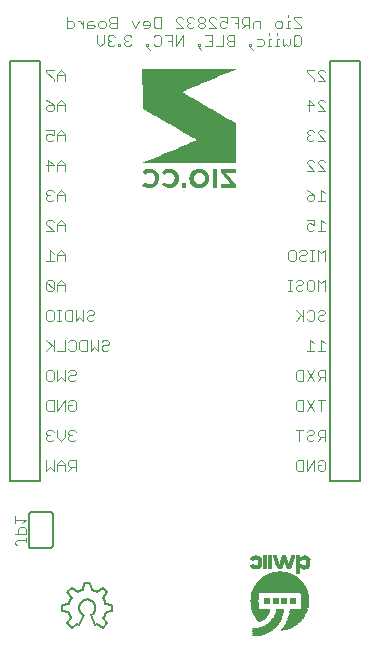
<source format=gbr>
G04 EAGLE Gerber RS-274X export*
G75*
%MOMM*%
%FSLAX34Y34*%
%LPD*%
%AMOC8*
5,1,8,0,0,1.08239X$1,22.5*%
G01*
%ADD10C,0.101600*%
%ADD11C,0.152400*%
%ADD12C,0.127000*%
%ADD13R,0.120000X0.020000*%
%ADD14R,0.340000X0.020000*%
%ADD15R,0.320000X0.020000*%
%ADD16R,0.140000X0.020000*%
%ADD17R,0.280000X0.020000*%
%ADD18R,0.360000X0.020000*%
%ADD19R,0.420000X0.020000*%
%ADD20R,0.380000X0.020000*%
%ADD21R,0.480000X0.020000*%
%ADD22R,0.540000X0.020000*%
%ADD23R,0.560000X0.020000*%
%ADD24R,0.400000X0.020000*%
%ADD25R,0.640000X0.020000*%
%ADD26R,0.620000X0.020000*%
%ADD27R,0.700000X0.020000*%
%ADD28R,0.660000X0.020000*%
%ADD29R,0.740000X0.020000*%
%ADD30R,1.080000X0.020000*%
%ADD31R,0.800000X0.020000*%
%ADD32R,1.100000X0.020000*%
%ADD33R,0.440000X0.020000*%
%ADD34R,0.840000X0.020000*%
%ADD35R,1.120000X0.020000*%
%ADD36R,0.460000X0.020000*%
%ADD37R,0.860000X0.020000*%
%ADD38R,0.900000X0.020000*%
%ADD39R,1.140000X0.020000*%
%ADD40R,0.920000X0.020000*%
%ADD41R,1.160000X0.020000*%
%ADD42R,0.960000X0.020000*%
%ADD43R,0.500000X0.020000*%
%ADD44R,0.520000X0.020000*%
%ADD45R,0.940000X0.020000*%
%ADD46R,0.260000X0.020000*%
%ADD47R,0.180000X0.020000*%
%ADD48R,0.580000X0.020000*%
%ADD49R,0.060000X0.020000*%
%ADD50R,0.600000X0.020000*%
%ADD51R,0.300000X0.020000*%
%ADD52R,0.040000X0.020000*%
%ADD53R,0.100000X0.020000*%
%ADD54R,0.160000X0.020000*%
%ADD55R,0.220000X0.020000*%
%ADD56R,0.980000X0.020000*%
%ADD57R,0.880000X0.020000*%
%ADD58R,0.760000X0.020000*%
%ADD59R,1.060000X0.020000*%
%ADD60R,0.720000X0.020000*%
%ADD61R,0.820000X0.020000*%
%ADD62R,1.180000X0.020000*%
%ADD63R,1.340000X0.020000*%
%ADD64R,1.460000X0.020000*%
%ADD65R,1.600000X0.020000*%
%ADD66R,1.700000X0.020000*%
%ADD67R,1.820000X0.020000*%
%ADD68R,1.900000X0.020000*%
%ADD69R,1.980000X0.020000*%
%ADD70R,2.100000X0.020000*%
%ADD71R,2.160000X0.020000*%
%ADD72R,2.260000X0.020000*%
%ADD73R,2.340000X0.020000*%
%ADD74R,2.400000X0.020000*%
%ADD75R,2.480000X0.020000*%
%ADD76R,2.540000X0.020000*%
%ADD77R,2.600000X0.020000*%
%ADD78R,2.680000X0.020000*%
%ADD79R,2.720000X0.020000*%
%ADD80R,2.800000X0.020000*%
%ADD81R,2.840000X0.020000*%
%ADD82R,2.900000X0.020000*%
%ADD83R,2.960000X0.020000*%
%ADD84R,3.000000X0.020000*%
%ADD85R,3.060000X0.020000*%
%ADD86R,3.120000X0.020000*%
%ADD87R,3.160000X0.020000*%
%ADD88R,3.200000X0.020000*%
%ADD89R,3.260000X0.020000*%
%ADD90R,3.300000X0.020000*%
%ADD91R,3.340000X0.020000*%
%ADD92R,3.380000X0.020000*%
%ADD93R,3.420000X0.020000*%
%ADD94R,3.460000X0.020000*%
%ADD95R,3.520000X0.020000*%
%ADD96R,3.540000X0.020000*%
%ADD97R,3.580000X0.020000*%
%ADD98R,3.620000X0.020000*%
%ADD99R,3.660000X0.020000*%
%ADD100R,3.700000X0.020000*%
%ADD101R,3.740000X0.020000*%
%ADD102R,3.780000X0.020000*%
%ADD103R,3.800000X0.020000*%
%ADD104R,3.840000X0.020000*%
%ADD105R,3.860000X0.020000*%
%ADD106R,3.900000X0.020000*%
%ADD107R,3.940000X0.020000*%
%ADD108R,3.960000X0.020000*%
%ADD109R,3.980000X0.020000*%
%ADD110R,4.020000X0.020000*%
%ADD111R,4.060000X0.020000*%
%ADD112R,4.080000X0.020000*%
%ADD113R,4.100000X0.020000*%
%ADD114R,4.120000X0.020000*%
%ADD115R,4.160000X0.020000*%
%ADD116R,4.180000X0.020000*%
%ADD117R,4.200000X0.020000*%
%ADD118R,4.240000X0.020000*%
%ADD119R,4.260000X0.020000*%
%ADD120R,4.280000X0.020000*%
%ADD121R,4.300000X0.020000*%
%ADD122R,4.320000X0.020000*%
%ADD123R,4.340000X0.020000*%
%ADD124R,4.380000X0.020000*%
%ADD125R,4.400000X0.020000*%
%ADD126R,4.440000X0.020000*%
%ADD127R,4.460000X0.020000*%
%ADD128R,4.500000X0.020000*%
%ADD129R,4.520000X0.020000*%
%ADD130R,4.540000X0.020000*%
%ADD131R,4.560000X0.020000*%
%ADD132R,4.580000X0.020000*%
%ADD133R,4.600000X0.020000*%
%ADD134R,4.620000X0.020000*%
%ADD135R,4.640000X0.020000*%
%ADD136R,4.660000X0.020000*%
%ADD137R,4.680000X0.020000*%
%ADD138R,4.700000X0.020000*%
%ADD139R,4.720000X0.020000*%
%ADD140R,4.740000X0.020000*%
%ADD141R,0.680000X0.020000*%
%ADD142R,1.480000X0.020000*%
%ADD143R,1.580000X0.020000*%
%ADD144R,1.560000X0.020000*%
%ADD145R,1.540000X0.020000*%
%ADD146R,1.520000X0.020000*%
%ADD147R,1.500000X0.020000*%
%ADD148R,1.440000X0.020000*%
%ADD149R,1.400000X0.020000*%
%ADD150R,1.420000X0.020000*%
%ADD151R,1.380000X0.020000*%
%ADD152R,1.360000X0.020000*%
%ADD153R,1.320000X0.020000*%
%ADD154R,1.300000X0.020000*%
%ADD155R,1.260000X0.020000*%
%ADD156R,1.220000X0.020000*%
%ADD157R,1.200000X0.020000*%
%ADD158R,1.040000X0.020000*%
%ADD159R,1.020000X0.020000*%
%ADD160R,1.000000X0.020000*%
%ADD161R,1.280000X0.020000*%
%ADD162R,0.780000X0.020000*%
%ADD163R,1.240000X0.020000*%
%ADD164R,0.020000X0.020000*%
%ADD165R,1.840000X0.020000*%
%ADD166R,1.800000X0.020000*%
%ADD167R,1.780000X0.020000*%
%ADD168R,1.760000X0.020000*%
%ADD169R,1.740000X0.020000*%
%ADD170R,1.680000X0.020000*%
%ADD171R,1.660000X0.020000*%
%ADD172R,1.620000X0.020000*%

G36*
X193737Y408834D02*
X193737Y408834D01*
X193736Y408834D01*
X193737Y408835D01*
X193734Y411225D01*
X193729Y413612D01*
X193726Y416001D01*
X193721Y418391D01*
X193718Y420778D01*
X193713Y423167D01*
X193710Y425554D01*
X193710Y425557D01*
X193705Y427944D01*
X193702Y430334D01*
X193700Y432721D01*
X193694Y435110D01*
X193692Y437497D01*
X193686Y439887D01*
X193684Y442274D01*
X193679Y442280D01*
X193678Y442284D01*
X191376Y443618D01*
X189074Y444951D01*
X186775Y446285D01*
X182172Y448952D01*
X179873Y450285D01*
X175270Y452952D01*
X172971Y454286D01*
X170669Y455619D01*
X168362Y456958D01*
X166056Y458294D01*
X163751Y459630D01*
X161444Y460969D01*
X159137Y462308D01*
X156833Y463644D01*
X154526Y464983D01*
X152222Y466322D01*
X149915Y467663D01*
X147634Y468996D01*
X150028Y470032D01*
X152453Y471061D01*
X154877Y472088D01*
X157304Y473112D01*
X159731Y474133D01*
X162158Y475155D01*
X164585Y476174D01*
X167014Y477195D01*
X169441Y478211D01*
X171748Y479179D01*
X174052Y480148D01*
X176359Y481113D01*
X178664Y482081D01*
X180971Y483047D01*
X183275Y484015D01*
X185582Y484983D01*
X187886Y485951D01*
X190193Y486919D01*
X192497Y487887D01*
X192498Y487887D01*
X193676Y488389D01*
X193679Y488394D01*
X193683Y488398D01*
X193682Y488400D01*
X193683Y488403D01*
X193676Y488406D01*
X193672Y488412D01*
X188370Y488412D01*
X185719Y488414D01*
X161862Y488414D01*
X159211Y488417D01*
X138009Y488417D01*
X135358Y488420D01*
X114152Y488420D01*
X114141Y488409D01*
X114141Y488408D01*
X114140Y488408D01*
X114143Y486015D01*
X114148Y483620D01*
X114151Y481228D01*
X114156Y478833D01*
X114159Y476441D01*
X114162Y474046D01*
X114167Y471651D01*
X114170Y469259D01*
X114175Y466864D01*
X114178Y464471D01*
X114183Y462076D01*
X114186Y459684D01*
X114191Y457289D01*
X114194Y454894D01*
X114199Y454888D01*
X114200Y454884D01*
X116496Y453556D01*
X118790Y452225D01*
X121086Y450897D01*
X123382Y449566D01*
X125676Y448235D01*
X127972Y446907D01*
X130266Y445576D01*
X132562Y444245D01*
X134858Y442917D01*
X137152Y441586D01*
X144057Y437586D01*
X146358Y436249D01*
X150962Y433582D01*
X153261Y432246D01*
X155562Y430913D01*
X157861Y429574D01*
X160140Y428247D01*
X157716Y427192D01*
X155260Y426150D01*
X152806Y425112D01*
X150350Y424075D01*
X147891Y423040D01*
X145432Y422005D01*
X142973Y420973D01*
X140514Y419941D01*
X138209Y418975D01*
X135902Y418007D01*
X133596Y417039D01*
X131289Y416074D01*
X128984Y415106D01*
X126677Y414137D01*
X124370Y413172D01*
X122066Y412204D01*
X119759Y411236D01*
X117455Y410268D01*
X115775Y409561D01*
X114094Y408854D01*
X114092Y408849D01*
X114087Y408845D01*
X114089Y408843D01*
X114088Y408840D01*
X114094Y408837D01*
X114099Y408831D01*
X119406Y408831D01*
X122060Y408828D01*
X156566Y408828D01*
X159219Y408826D01*
X191071Y408826D01*
X193725Y408823D01*
X193737Y408834D01*
G37*
G36*
X162522Y387682D02*
X162522Y387682D01*
X163911Y387751D01*
X163913Y387753D01*
X163914Y387752D01*
X166099Y388501D01*
X166100Y388503D01*
X166102Y388503D01*
X168001Y389812D01*
X168001Y389814D01*
X168003Y389814D01*
X169459Y391604D01*
X169459Y391606D01*
X169461Y391607D01*
X170333Y393741D01*
X170332Y393743D01*
X170334Y393744D01*
X170515Y395763D01*
X170514Y395764D01*
X170515Y395765D01*
X170286Y397776D01*
X170284Y397778D01*
X170285Y397780D01*
X169258Y400076D01*
X169256Y400077D01*
X169256Y400079D01*
X167600Y401973D01*
X167598Y401973D01*
X167597Y401975D01*
X166066Y402914D01*
X166065Y402914D01*
X166065Y402915D01*
X164395Y403584D01*
X164393Y403583D01*
X164392Y403585D01*
X162522Y403756D01*
X162208Y403785D01*
X162206Y403784D01*
X162205Y403785D01*
X160018Y403593D01*
X160017Y403591D01*
X160015Y403592D01*
X158137Y402827D01*
X158137Y402825D01*
X158135Y402826D01*
X156455Y401695D01*
X156454Y401693D01*
X156453Y401693D01*
X155028Y400004D01*
X155028Y400002D01*
X155026Y400001D01*
X154160Y397972D01*
X154160Y397970D01*
X154159Y397968D01*
X153895Y395774D01*
X153896Y395772D01*
X153895Y395771D01*
X154036Y393958D01*
X154038Y393956D01*
X154037Y393954D01*
X154661Y392248D01*
X154663Y392247D01*
X154662Y392245D01*
X155929Y390325D01*
X155931Y390324D01*
X155931Y390322D01*
X157691Y388845D01*
X157694Y388845D01*
X157694Y388843D01*
X159804Y387920D01*
X159806Y387921D01*
X159807Y387919D01*
X161850Y387647D01*
X161851Y387648D01*
X161852Y387647D01*
X162522Y387682D01*
G37*
G36*
X193737Y387930D02*
X193737Y387930D01*
X193736Y387930D01*
X193737Y387931D01*
X193732Y389238D01*
X193726Y390545D01*
X193723Y390549D01*
X193723Y390553D01*
X192297Y392206D01*
X189443Y395513D01*
X188016Y397167D01*
X185179Y400454D01*
X187215Y400467D01*
X189279Y400481D01*
X191341Y400494D01*
X193405Y400510D01*
X193417Y400521D01*
X193416Y400521D01*
X193417Y400522D01*
X193417Y403504D01*
X193406Y403516D01*
X193406Y403515D01*
X193405Y403516D01*
X180603Y403516D01*
X180592Y403505D01*
X180592Y403504D01*
X180591Y403504D01*
X180591Y400994D01*
X180595Y400990D01*
X180594Y400986D01*
X182032Y399317D01*
X183469Y397647D01*
X184904Y395975D01*
X186342Y394305D01*
X187777Y392636D01*
X189197Y390983D01*
X188560Y390975D01*
X188558Y390975D01*
X187601Y390963D01*
X187599Y390963D01*
X187081Y390957D01*
X186642Y390951D01*
X186640Y390951D01*
X185683Y390939D01*
X185681Y390939D01*
X185680Y390939D01*
X184940Y390930D01*
X184724Y390927D01*
X184722Y390927D01*
X183766Y390915D01*
X183764Y390915D01*
X182808Y390904D01*
X182806Y390904D01*
X182806Y390903D01*
X182798Y390903D01*
X181849Y390892D01*
X181847Y390892D01*
X180890Y390880D01*
X180888Y390880D01*
X180657Y390877D01*
X180645Y390866D01*
X180645Y390865D01*
X180615Y389398D01*
X180586Y387931D01*
X180596Y387919D01*
X180597Y387920D01*
X180598Y387919D01*
X193725Y387919D01*
X193737Y387930D01*
G37*
G36*
X138700Y387762D02*
X138700Y387762D01*
X138702Y387764D01*
X138704Y387763D01*
X141024Y388621D01*
X141025Y388624D01*
X141027Y388623D01*
X142969Y390154D01*
X142969Y390156D01*
X142971Y390157D01*
X144342Y392216D01*
X144342Y392218D01*
X144343Y392218D01*
X144906Y393893D01*
X144906Y393894D01*
X144905Y393895D01*
X144907Y393896D01*
X145035Y395665D01*
X145034Y395666D01*
X145035Y395666D01*
X144880Y397595D01*
X144878Y397596D01*
X144879Y397598D01*
X144194Y399403D01*
X144192Y399404D01*
X144193Y399406D01*
X143049Y401169D01*
X143046Y401169D01*
X143046Y401171D01*
X141449Y402534D01*
X141447Y402534D01*
X141446Y402536D01*
X139542Y403427D01*
X139540Y403426D01*
X139540Y403427D01*
X138201Y403753D01*
X138199Y403752D01*
X138198Y403753D01*
X137969Y403756D01*
X137967Y403756D01*
X137087Y403768D01*
X137085Y403768D01*
X136819Y403772D01*
X136819Y403771D01*
X136819Y403772D01*
X136667Y403768D01*
X136666Y403768D01*
X136164Y403756D01*
X136163Y403756D01*
X135661Y403744D01*
X135659Y403744D01*
X135469Y403740D01*
X135468Y403739D01*
X135467Y403739D01*
X134150Y403473D01*
X134149Y403472D01*
X134148Y403472D01*
X132670Y402883D01*
X132669Y402881D01*
X132668Y402882D01*
X131351Y401993D01*
X131350Y401990D01*
X131347Y401990D01*
X130867Y401224D01*
X130869Y401215D01*
X130868Y401210D01*
X131857Y400048D01*
X131858Y400047D01*
X132882Y398911D01*
X132888Y398910D01*
X132889Y398909D01*
X132894Y398909D01*
X132894Y398910D01*
X132898Y398909D01*
X132898Y398910D01*
X133489Y399344D01*
X135215Y400326D01*
X137176Y400587D01*
X138609Y400289D01*
X139835Y399492D01*
X141033Y397773D01*
X141442Y395719D01*
X141033Y393662D01*
X139835Y391946D01*
X138599Y391145D01*
X137152Y390848D01*
X135183Y391079D01*
X133465Y392086D01*
X132773Y392626D01*
X132757Y392625D01*
X131663Y391540D01*
X130573Y390452D01*
X130572Y390448D01*
X130572Y390447D01*
X130572Y390436D01*
X130573Y390436D01*
X130573Y390435D01*
X131077Y389918D01*
X131078Y389918D01*
X131078Y389917D01*
X132291Y388938D01*
X132293Y388938D01*
X132293Y388937D01*
X133658Y388182D01*
X133661Y388183D01*
X133662Y388181D01*
X136153Y387653D01*
X136154Y387654D01*
X136156Y387652D01*
X138700Y387762D01*
G37*
G36*
X121674Y387676D02*
X121674Y387676D01*
X121675Y387678D01*
X121677Y387677D01*
X124021Y388394D01*
X124022Y388396D01*
X124024Y388396D01*
X126105Y389825D01*
X126105Y389828D01*
X126107Y389828D01*
X127612Y391852D01*
X127611Y391855D01*
X127613Y391856D01*
X128416Y394251D01*
X128415Y394253D01*
X128417Y394254D01*
X128473Y396777D01*
X128471Y396779D01*
X128472Y396779D01*
X128471Y396779D01*
X128472Y396781D01*
X127766Y399205D01*
X127763Y399207D01*
X127764Y399209D01*
X126337Y401289D01*
X126335Y401289D01*
X126335Y401291D01*
X124430Y402801D01*
X124428Y402801D01*
X124427Y402803D01*
X122150Y403648D01*
X122147Y403647D01*
X122146Y403649D01*
X119719Y403806D01*
X119718Y403805D01*
X119716Y403806D01*
X117116Y403310D01*
X117114Y403308D01*
X117112Y403309D01*
X114813Y401999D01*
X114812Y401996D01*
X114810Y401996D01*
X114276Y401284D01*
X114277Y401272D01*
X114277Y401269D01*
X115293Y400074D01*
X116341Y398911D01*
X116357Y398909D01*
X117061Y399416D01*
X118445Y400244D01*
X120018Y400587D01*
X121965Y400337D01*
X123579Y399223D01*
X124747Y397022D01*
X124768Y394527D01*
X123648Y392300D01*
X122138Y391185D01*
X120292Y390826D01*
X118485Y391140D01*
X116906Y392088D01*
X116219Y392616D01*
X116203Y392615D01*
X115173Y391583D01*
X115173Y391582D01*
X114143Y390433D01*
X114143Y390417D01*
X114144Y390417D01*
X114144Y390416D01*
X115851Y388850D01*
X115854Y388850D01*
X115854Y388848D01*
X117681Y388016D01*
X117683Y388017D01*
X117684Y388015D01*
X119660Y387637D01*
X119662Y387638D01*
X119663Y387636D01*
X121674Y387676D01*
G37*
%LPC*%
G36*
X163073Y390953D02*
X163073Y390953D01*
X162695Y390965D01*
X162521Y390970D01*
X162285Y390978D01*
X161913Y390990D01*
X161912Y390990D01*
X161540Y391002D01*
X161168Y391013D01*
X161167Y391013D01*
X160796Y391025D01*
X160795Y391025D01*
X160778Y391026D01*
X158613Y392465D01*
X157636Y394466D01*
X157591Y396690D01*
X158485Y398725D01*
X160193Y400148D01*
X162209Y400614D01*
X162519Y400548D01*
X164236Y400178D01*
X165858Y398893D01*
X166822Y396719D01*
X166723Y394343D01*
X165558Y392274D01*
X163363Y390944D01*
X163073Y390953D01*
G37*
%LPD*%
G36*
X177204Y387930D02*
X177204Y387930D01*
X177203Y387930D01*
X177204Y387931D01*
X177204Y403504D01*
X177194Y403516D01*
X177193Y403515D01*
X177192Y403516D01*
X173778Y403516D01*
X173767Y403505D01*
X173767Y403504D01*
X173767Y387931D01*
X173777Y387919D01*
X173778Y387920D01*
X173778Y387919D01*
X177192Y387919D01*
X177204Y387930D01*
G37*
G36*
X151284Y387930D02*
X151284Y387930D01*
X151283Y387930D01*
X151284Y387931D01*
X151284Y391452D01*
X151273Y391463D01*
X151272Y391463D01*
X147645Y391463D01*
X147633Y391453D01*
X147633Y391452D01*
X147633Y387931D01*
X147643Y387919D01*
X147644Y387920D01*
X147645Y387919D01*
X151272Y387919D01*
X151284Y387930D01*
G37*
D10*
X248158Y532138D02*
X242057Y532138D01*
X242057Y530613D01*
X248158Y524511D01*
X248158Y522986D01*
X242057Y522986D01*
X238803Y529087D02*
X237278Y529087D01*
X237278Y522986D01*
X238803Y522986D02*
X235752Y522986D01*
X237278Y532138D02*
X237278Y533663D01*
X231041Y522986D02*
X227990Y522986D01*
X226465Y524511D01*
X226465Y527562D01*
X227990Y529087D01*
X231041Y529087D01*
X232566Y527562D01*
X232566Y524511D01*
X231041Y522986D01*
X213856Y522986D02*
X213856Y529087D01*
X209280Y529087D01*
X207754Y527562D01*
X207754Y522986D01*
X204500Y522986D02*
X204500Y532138D01*
X199925Y532138D01*
X198399Y530613D01*
X198399Y527562D01*
X199925Y526037D01*
X204500Y526037D01*
X201450Y526037D02*
X198399Y522986D01*
X195145Y522986D02*
X195145Y532138D01*
X189044Y532138D01*
X192095Y527562D02*
X195145Y527562D01*
X185790Y532138D02*
X179689Y532138D01*
X185790Y532138D02*
X185790Y527562D01*
X182740Y529087D01*
X181214Y529087D01*
X179689Y527562D01*
X179689Y524511D01*
X181214Y522986D01*
X184265Y522986D01*
X185790Y524511D01*
X176435Y522986D02*
X170334Y522986D01*
X176435Y522986D02*
X170334Y529087D01*
X170334Y530613D01*
X171859Y532138D01*
X174910Y532138D01*
X176435Y530613D01*
X167080Y530613D02*
X165554Y532138D01*
X162504Y532138D01*
X160979Y530613D01*
X160979Y529087D01*
X162504Y527562D01*
X160979Y526037D01*
X160979Y524511D01*
X162504Y522986D01*
X165554Y522986D01*
X167080Y524511D01*
X167080Y526037D01*
X165554Y527562D01*
X167080Y529087D01*
X167080Y530613D01*
X165554Y527562D02*
X162504Y527562D01*
X157725Y530613D02*
X156199Y532138D01*
X153149Y532138D01*
X151623Y530613D01*
X151623Y529087D01*
X153149Y527562D01*
X154674Y527562D01*
X153149Y527562D02*
X151623Y526037D01*
X151623Y524511D01*
X153149Y522986D01*
X156199Y522986D01*
X157725Y524511D01*
X148369Y522986D02*
X142268Y522986D01*
X148369Y522986D02*
X142268Y529087D01*
X142268Y530613D01*
X143793Y532138D01*
X146844Y532138D01*
X148369Y530613D01*
X129659Y532138D02*
X129659Y522986D01*
X125083Y522986D01*
X123558Y524511D01*
X123558Y530613D01*
X125083Y532138D01*
X129659Y532138D01*
X118779Y522986D02*
X115728Y522986D01*
X118779Y522986D02*
X120304Y524511D01*
X120304Y527562D01*
X118779Y529087D01*
X115728Y529087D01*
X114203Y527562D01*
X114203Y526037D01*
X120304Y526037D01*
X110949Y529087D02*
X107898Y522986D01*
X104847Y529087D01*
X92238Y532138D02*
X92238Y522986D01*
X92238Y532138D02*
X87662Y532138D01*
X86137Y530613D01*
X86137Y529087D01*
X87662Y527562D01*
X86137Y526037D01*
X86137Y524511D01*
X87662Y522986D01*
X92238Y522986D01*
X92238Y527562D02*
X87662Y527562D01*
X81358Y522986D02*
X78307Y522986D01*
X76782Y524511D01*
X76782Y527562D01*
X78307Y529087D01*
X81358Y529087D01*
X82883Y527562D01*
X82883Y524511D01*
X81358Y522986D01*
X72003Y529087D02*
X68952Y529087D01*
X67427Y527562D01*
X67427Y522986D01*
X72003Y522986D01*
X73528Y524511D01*
X72003Y526037D01*
X67427Y526037D01*
X64173Y529087D02*
X64173Y522986D01*
X64173Y526037D02*
X61122Y529087D01*
X59597Y529087D01*
X50276Y532138D02*
X50276Y522986D01*
X54851Y522986D01*
X56377Y524511D01*
X56377Y527562D01*
X54851Y529087D01*
X50276Y529087D01*
X248158Y515373D02*
X248158Y509271D01*
X248158Y515373D02*
X246633Y516898D01*
X243582Y516898D01*
X242057Y515373D01*
X242057Y509271D01*
X243582Y507746D01*
X246633Y507746D01*
X248158Y509271D01*
X245107Y510797D02*
X242057Y507746D01*
X238803Y509271D02*
X238803Y513847D01*
X238803Y509271D02*
X237278Y507746D01*
X235752Y509271D01*
X234227Y507746D01*
X232702Y509271D01*
X232702Y513847D01*
X229448Y513847D02*
X227922Y513847D01*
X227922Y507746D01*
X226397Y507746D02*
X229448Y507746D01*
X227922Y516898D02*
X227922Y518423D01*
X223211Y513847D02*
X221686Y513847D01*
X221686Y507746D01*
X223211Y507746D02*
X220160Y507746D01*
X221686Y516898D02*
X221686Y518423D01*
X215449Y513847D02*
X210873Y513847D01*
X215449Y513847D02*
X216974Y512322D01*
X216974Y509271D01*
X215449Y507746D01*
X210873Y507746D01*
X207619Y504695D02*
X204568Y507746D01*
X204568Y509271D01*
X206094Y509271D01*
X206094Y507746D01*
X204568Y507746D01*
X192027Y507746D02*
X192027Y516898D01*
X187451Y516898D01*
X185926Y515373D01*
X185926Y513847D01*
X187451Y512322D01*
X185926Y510797D01*
X185926Y509271D01*
X187451Y507746D01*
X192027Y507746D01*
X192027Y512322D02*
X187451Y512322D01*
X182672Y516898D02*
X182672Y507746D01*
X176571Y507746D01*
X173317Y516898D02*
X167215Y516898D01*
X173317Y516898D02*
X173317Y507746D01*
X167215Y507746D01*
X170266Y512322D02*
X173317Y512322D01*
X163961Y504695D02*
X160911Y507746D01*
X160911Y509271D01*
X162436Y509271D01*
X162436Y507746D01*
X160911Y507746D01*
X148369Y507746D02*
X148369Y516898D01*
X142268Y507746D01*
X142268Y516898D01*
X139014Y516898D02*
X139014Y507746D01*
X139014Y516898D02*
X132913Y516898D01*
X135964Y512322D02*
X139014Y512322D01*
X125083Y516898D02*
X123558Y515373D01*
X125083Y516898D02*
X128134Y516898D01*
X129659Y515373D01*
X129659Y509271D01*
X128134Y507746D01*
X125083Y507746D01*
X123558Y509271D01*
X120304Y504695D02*
X117253Y507746D01*
X117253Y509271D01*
X118779Y509271D01*
X118779Y507746D01*
X117253Y507746D01*
X104712Y515373D02*
X103187Y516898D01*
X100136Y516898D01*
X98611Y515373D01*
X98611Y513847D01*
X100136Y512322D01*
X101661Y512322D01*
X100136Y512322D02*
X98611Y510797D01*
X98611Y509271D01*
X100136Y507746D01*
X103187Y507746D01*
X104712Y509271D01*
X95357Y509271D02*
X95357Y507746D01*
X95357Y509271D02*
X93831Y509271D01*
X93831Y507746D01*
X95357Y507746D01*
X90679Y515373D02*
X89154Y516898D01*
X86103Y516898D01*
X84578Y515373D01*
X84578Y513847D01*
X86103Y512322D01*
X87628Y512322D01*
X86103Y512322D02*
X84578Y510797D01*
X84578Y509271D01*
X86103Y507746D01*
X89154Y507746D01*
X90679Y509271D01*
X81324Y510797D02*
X81324Y516898D01*
X81324Y510797D02*
X78273Y507746D01*
X75223Y510797D01*
X75223Y516898D01*
X262631Y478536D02*
X268732Y478536D01*
X262631Y484637D01*
X262631Y486163D01*
X264156Y487688D01*
X267207Y487688D01*
X268732Y486163D01*
X259377Y487688D02*
X253276Y487688D01*
X253276Y486163D01*
X259377Y480061D01*
X259377Y478536D01*
X262631Y453136D02*
X268732Y453136D01*
X262631Y459237D01*
X262631Y460763D01*
X264156Y462288D01*
X267207Y462288D01*
X268732Y460763D01*
X254801Y462288D02*
X254801Y453136D01*
X259377Y457712D02*
X254801Y462288D01*
X253276Y457712D02*
X259377Y457712D01*
X262631Y427736D02*
X268732Y427736D01*
X262631Y433837D01*
X262631Y435363D01*
X264156Y436888D01*
X267207Y436888D01*
X268732Y435363D01*
X259377Y435363D02*
X257852Y436888D01*
X254801Y436888D01*
X253276Y435363D01*
X253276Y433837D01*
X254801Y432312D01*
X256326Y432312D01*
X254801Y432312D02*
X253276Y430787D01*
X253276Y429261D01*
X254801Y427736D01*
X257852Y427736D01*
X259377Y429261D01*
X262631Y402336D02*
X268732Y402336D01*
X262631Y408437D01*
X262631Y409963D01*
X264156Y411488D01*
X267207Y411488D01*
X268732Y409963D01*
X259377Y402336D02*
X253276Y402336D01*
X259377Y402336D02*
X253276Y408437D01*
X253276Y409963D01*
X254801Y411488D01*
X257852Y411488D01*
X259377Y409963D01*
X265681Y386088D02*
X268732Y383037D01*
X265681Y386088D02*
X265681Y376936D01*
X262631Y376936D02*
X268732Y376936D01*
X256326Y384563D02*
X253276Y386088D01*
X256326Y384563D02*
X259377Y381512D01*
X259377Y378461D01*
X257852Y376936D01*
X254801Y376936D01*
X253276Y378461D01*
X253276Y379987D01*
X254801Y381512D01*
X259377Y381512D01*
X265681Y360688D02*
X268732Y357637D01*
X265681Y360688D02*
X265681Y351536D01*
X262631Y351536D02*
X268732Y351536D01*
X259377Y360688D02*
X253276Y360688D01*
X259377Y360688D02*
X259377Y356112D01*
X256326Y357637D01*
X254801Y357637D01*
X253276Y356112D01*
X253276Y353061D01*
X254801Y351536D01*
X257852Y351536D01*
X259377Y353061D01*
X268732Y335288D02*
X268732Y326136D01*
X265681Y332237D02*
X268732Y335288D01*
X265681Y332237D02*
X262631Y335288D01*
X262631Y326136D01*
X259377Y326136D02*
X256326Y326136D01*
X257852Y326136D02*
X257852Y335288D01*
X259377Y335288D02*
X256326Y335288D01*
X248564Y335288D02*
X247039Y333763D01*
X248564Y335288D02*
X251615Y335288D01*
X253140Y333763D01*
X253140Y332237D01*
X251615Y330712D01*
X248564Y330712D01*
X247039Y329187D01*
X247039Y327661D01*
X248564Y326136D01*
X251615Y326136D01*
X253140Y327661D01*
X242260Y335288D02*
X239209Y335288D01*
X242260Y335288D02*
X243785Y333763D01*
X243785Y327661D01*
X242260Y326136D01*
X239209Y326136D01*
X237684Y327661D01*
X237684Y333763D01*
X239209Y335288D01*
X268732Y309888D02*
X268732Y300736D01*
X265681Y306837D02*
X268732Y309888D01*
X265681Y306837D02*
X262631Y309888D01*
X262631Y300736D01*
X257852Y309888D02*
X254801Y309888D01*
X257852Y309888D02*
X259377Y308363D01*
X259377Y302261D01*
X257852Y300736D01*
X254801Y300736D01*
X253276Y302261D01*
X253276Y308363D01*
X254801Y309888D01*
X245446Y309888D02*
X243920Y308363D01*
X245446Y309888D02*
X248496Y309888D01*
X250022Y308363D01*
X250022Y306837D01*
X248496Y305312D01*
X245446Y305312D01*
X243920Y303787D01*
X243920Y302261D01*
X245446Y300736D01*
X248496Y300736D01*
X250022Y302261D01*
X240666Y300736D02*
X237616Y300736D01*
X239141Y300736D02*
X239141Y309888D01*
X240666Y309888D02*
X237616Y309888D01*
X264156Y284488D02*
X262631Y282963D01*
X264156Y284488D02*
X267207Y284488D01*
X268732Y282963D01*
X268732Y281437D01*
X267207Y279912D01*
X264156Y279912D01*
X262631Y278387D01*
X262631Y276861D01*
X264156Y275336D01*
X267207Y275336D01*
X268732Y276861D01*
X254801Y284488D02*
X253276Y282963D01*
X254801Y284488D02*
X257852Y284488D01*
X259377Y282963D01*
X259377Y276861D01*
X257852Y275336D01*
X254801Y275336D01*
X253276Y276861D01*
X250022Y275336D02*
X250022Y284488D01*
X250022Y278387D02*
X243920Y284488D01*
X248496Y279912D02*
X243920Y275336D01*
X265681Y259088D02*
X268732Y256037D01*
X265681Y259088D02*
X265681Y249936D01*
X262631Y249936D02*
X268732Y249936D01*
X259377Y256037D02*
X256326Y259088D01*
X256326Y249936D01*
X253276Y249936D02*
X259377Y249936D01*
X268732Y233688D02*
X268732Y224536D01*
X268732Y233688D02*
X264156Y233688D01*
X262631Y232163D01*
X262631Y229112D01*
X264156Y227587D01*
X268732Y227587D01*
X265681Y227587D02*
X262631Y224536D01*
X253276Y224536D02*
X259377Y233688D01*
X253276Y233688D02*
X259377Y224536D01*
X250022Y224536D02*
X250022Y233688D01*
X250022Y224536D02*
X245446Y224536D01*
X243920Y226061D01*
X243920Y232163D01*
X245446Y233688D01*
X250022Y233688D01*
X265681Y208288D02*
X265681Y199136D01*
X262631Y208288D02*
X268732Y208288D01*
X259377Y208288D02*
X253276Y199136D01*
X259377Y199136D02*
X253276Y208288D01*
X250022Y208288D02*
X250022Y199136D01*
X245446Y199136D01*
X243920Y200661D01*
X243920Y206763D01*
X245446Y208288D01*
X250022Y208288D01*
X268732Y182888D02*
X268732Y173736D01*
X268732Y182888D02*
X264156Y182888D01*
X262631Y181363D01*
X262631Y178312D01*
X264156Y176787D01*
X268732Y176787D01*
X265681Y176787D02*
X262631Y173736D01*
X254801Y182888D02*
X253276Y181363D01*
X254801Y182888D02*
X257852Y182888D01*
X259377Y181363D01*
X259377Y179837D01*
X257852Y178312D01*
X254801Y178312D01*
X253276Y176787D01*
X253276Y175261D01*
X254801Y173736D01*
X257852Y173736D01*
X259377Y175261D01*
X246971Y173736D02*
X246971Y182888D01*
X250022Y182888D02*
X243920Y182888D01*
X264156Y157488D02*
X262631Y155963D01*
X264156Y157488D02*
X267207Y157488D01*
X268732Y155963D01*
X268732Y149861D01*
X267207Y148336D01*
X264156Y148336D01*
X262631Y149861D01*
X262631Y152912D01*
X265681Y152912D01*
X259377Y148336D02*
X259377Y157488D01*
X253276Y148336D01*
X253276Y157488D01*
X250022Y157488D02*
X250022Y148336D01*
X245446Y148336D01*
X243920Y149861D01*
X243920Y155963D01*
X245446Y157488D01*
X250022Y157488D01*
X48202Y478348D02*
X48202Y484449D01*
X45152Y487500D01*
X42101Y484449D01*
X42101Y478348D01*
X42101Y482924D02*
X48202Y482924D01*
X38847Y487500D02*
X32746Y487500D01*
X32746Y485975D01*
X38847Y479873D01*
X38847Y478348D01*
X48202Y459049D02*
X48202Y452948D01*
X48202Y459049D02*
X45152Y462100D01*
X42101Y459049D01*
X42101Y452948D01*
X42101Y457524D02*
X48202Y457524D01*
X35797Y460575D02*
X32746Y462100D01*
X35797Y460575D02*
X38847Y457524D01*
X38847Y454473D01*
X37322Y452948D01*
X34271Y452948D01*
X32746Y454473D01*
X32746Y455999D01*
X34271Y457524D01*
X38847Y457524D01*
X48202Y433649D02*
X48202Y427548D01*
X48202Y433649D02*
X45152Y436700D01*
X42101Y433649D01*
X42101Y427548D01*
X42101Y432124D02*
X48202Y432124D01*
X38847Y436700D02*
X32746Y436700D01*
X38847Y436700D02*
X38847Y432124D01*
X35797Y433649D01*
X34271Y433649D01*
X32746Y432124D01*
X32746Y429073D01*
X34271Y427548D01*
X37322Y427548D01*
X38847Y429073D01*
X48202Y408249D02*
X48202Y402148D01*
X48202Y408249D02*
X45152Y411300D01*
X42101Y408249D01*
X42101Y402148D01*
X42101Y406724D02*
X48202Y406724D01*
X34271Y402148D02*
X34271Y411300D01*
X38847Y406724D01*
X32746Y406724D01*
X48202Y382849D02*
X48202Y376748D01*
X48202Y382849D02*
X45152Y385900D01*
X42101Y382849D01*
X42101Y376748D01*
X42101Y381324D02*
X48202Y381324D01*
X38847Y384375D02*
X37322Y385900D01*
X34271Y385900D01*
X32746Y384375D01*
X32746Y382849D01*
X34271Y381324D01*
X35797Y381324D01*
X34271Y381324D02*
X32746Y379799D01*
X32746Y378273D01*
X34271Y376748D01*
X37322Y376748D01*
X38847Y378273D01*
X48202Y357449D02*
X48202Y351348D01*
X48202Y357449D02*
X45152Y360500D01*
X42101Y357449D01*
X42101Y351348D01*
X42101Y355924D02*
X48202Y355924D01*
X38847Y351348D02*
X32746Y351348D01*
X38847Y351348D02*
X32746Y357449D01*
X32746Y358975D01*
X34271Y360500D01*
X37322Y360500D01*
X38847Y358975D01*
X48202Y332049D02*
X48202Y325948D01*
X48202Y332049D02*
X45152Y335100D01*
X42101Y332049D01*
X42101Y325948D01*
X42101Y330524D02*
X48202Y330524D01*
X38847Y332049D02*
X35797Y335100D01*
X35797Y325948D01*
X38847Y325948D02*
X32746Y325948D01*
X48202Y306649D02*
X48202Y300548D01*
X48202Y306649D02*
X45152Y309700D01*
X42101Y306649D01*
X42101Y300548D01*
X42101Y305124D02*
X48202Y305124D01*
X38847Y302073D02*
X38847Y308175D01*
X37322Y309700D01*
X34271Y309700D01*
X32746Y308175D01*
X32746Y302073D01*
X34271Y300548D01*
X37322Y300548D01*
X38847Y302073D01*
X32746Y308175D01*
X67048Y282775D02*
X68574Y284300D01*
X71624Y284300D01*
X73150Y282775D01*
X73150Y281249D01*
X71624Y279724D01*
X68574Y279724D01*
X67048Y278199D01*
X67048Y276673D01*
X68574Y275148D01*
X71624Y275148D01*
X73150Y276673D01*
X63794Y275148D02*
X63794Y284300D01*
X60744Y278199D02*
X63794Y275148D01*
X60744Y278199D02*
X57693Y275148D01*
X57693Y284300D01*
X54439Y284300D02*
X54439Y275148D01*
X49863Y275148D01*
X48338Y276673D01*
X48338Y282775D01*
X49863Y284300D01*
X54439Y284300D01*
X45084Y275148D02*
X42033Y275148D01*
X43559Y275148D02*
X43559Y284300D01*
X45084Y284300D02*
X42033Y284300D01*
X37322Y284300D02*
X34271Y284300D01*
X37322Y284300D02*
X38847Y282775D01*
X38847Y276673D01*
X37322Y275148D01*
X34271Y275148D01*
X32746Y276673D01*
X32746Y282775D01*
X34271Y284300D01*
X79522Y257375D02*
X81047Y258900D01*
X84098Y258900D01*
X85623Y257375D01*
X85623Y255849D01*
X84098Y254324D01*
X81047Y254324D01*
X79522Y252799D01*
X79522Y251273D01*
X81047Y249748D01*
X84098Y249748D01*
X85623Y251273D01*
X76268Y249748D02*
X76268Y258900D01*
X73217Y252799D02*
X76268Y249748D01*
X73217Y252799D02*
X70167Y249748D01*
X70167Y258900D01*
X66913Y258900D02*
X66913Y249748D01*
X62337Y249748D01*
X60812Y251273D01*
X60812Y257375D01*
X62337Y258900D01*
X66913Y258900D01*
X52982Y258900D02*
X51456Y257375D01*
X52982Y258900D02*
X56032Y258900D01*
X57558Y257375D01*
X57558Y251273D01*
X56032Y249748D01*
X52982Y249748D01*
X51456Y251273D01*
X48202Y249748D02*
X48202Y258900D01*
X48202Y249748D02*
X42101Y249748D01*
X38847Y249748D02*
X38847Y258900D01*
X38847Y252799D02*
X32746Y258900D01*
X37322Y254324D02*
X32746Y249748D01*
X51456Y231975D02*
X52982Y233500D01*
X56032Y233500D01*
X57558Y231975D01*
X57558Y230449D01*
X56032Y228924D01*
X52982Y228924D01*
X51456Y227399D01*
X51456Y225873D01*
X52982Y224348D01*
X56032Y224348D01*
X57558Y225873D01*
X48202Y224348D02*
X48202Y233500D01*
X45152Y227399D02*
X48202Y224348D01*
X45152Y227399D02*
X42101Y224348D01*
X42101Y233500D01*
X37322Y233500D02*
X34271Y233500D01*
X37322Y233500D02*
X38847Y231975D01*
X38847Y225873D01*
X37322Y224348D01*
X34271Y224348D01*
X32746Y225873D01*
X32746Y231975D01*
X34271Y233500D01*
X52982Y208100D02*
X51456Y206575D01*
X52982Y208100D02*
X56032Y208100D01*
X57558Y206575D01*
X57558Y200473D01*
X56032Y198948D01*
X52982Y198948D01*
X51456Y200473D01*
X51456Y203524D01*
X54507Y203524D01*
X48202Y198948D02*
X48202Y208100D01*
X42101Y198948D01*
X42101Y208100D01*
X38847Y208100D02*
X38847Y198948D01*
X34271Y198948D01*
X32746Y200473D01*
X32746Y206575D01*
X34271Y208100D01*
X38847Y208100D01*
X56032Y182700D02*
X57558Y181175D01*
X56032Y182700D02*
X52982Y182700D01*
X51456Y181175D01*
X51456Y179649D01*
X52982Y178124D01*
X54507Y178124D01*
X52982Y178124D02*
X51456Y176599D01*
X51456Y175073D01*
X52982Y173548D01*
X56032Y173548D01*
X57558Y175073D01*
X48202Y176599D02*
X48202Y182700D01*
X48202Y176599D02*
X45152Y173548D01*
X42101Y176599D01*
X42101Y182700D01*
X38847Y181175D02*
X37322Y182700D01*
X34271Y182700D01*
X32746Y181175D01*
X32746Y179649D01*
X34271Y178124D01*
X35797Y178124D01*
X34271Y178124D02*
X32746Y176599D01*
X32746Y175073D01*
X34271Y173548D01*
X37322Y173548D01*
X38847Y175073D01*
X57558Y157300D02*
X57558Y148148D01*
X57558Y157300D02*
X52982Y157300D01*
X51456Y155775D01*
X51456Y152724D01*
X52982Y151199D01*
X57558Y151199D01*
X54507Y151199D02*
X51456Y148148D01*
X48202Y148148D02*
X48202Y154249D01*
X45152Y157300D01*
X42101Y154249D01*
X42101Y148148D01*
X42101Y152724D02*
X48202Y152724D01*
X38847Y157300D02*
X38847Y148148D01*
X35797Y151199D01*
X32746Y148148D01*
X32746Y157300D01*
X6096Y86490D02*
X7621Y84964D01*
X6096Y86490D02*
X6096Y88015D01*
X7621Y89540D01*
X15248Y89540D01*
X15248Y88015D02*
X15248Y91066D01*
X15248Y94320D02*
X6096Y94320D01*
X15248Y94320D02*
X15248Y98896D01*
X13723Y100421D01*
X10672Y100421D01*
X9147Y98896D01*
X9147Y94320D01*
X12197Y103675D02*
X15248Y106725D01*
X6096Y106725D01*
X6096Y103675D02*
X6096Y109776D01*
D11*
X38260Y110852D02*
X38260Y85452D01*
X20480Y82912D02*
X20380Y82914D01*
X20281Y82920D01*
X20181Y82930D01*
X20083Y82943D01*
X19984Y82961D01*
X19887Y82982D01*
X19791Y83007D01*
X19695Y83036D01*
X19601Y83069D01*
X19508Y83105D01*
X19417Y83145D01*
X19327Y83189D01*
X19239Y83236D01*
X19153Y83286D01*
X19069Y83340D01*
X18987Y83397D01*
X18908Y83457D01*
X18830Y83521D01*
X18756Y83587D01*
X18684Y83656D01*
X18615Y83728D01*
X18549Y83802D01*
X18485Y83880D01*
X18425Y83959D01*
X18368Y84041D01*
X18314Y84125D01*
X18264Y84211D01*
X18217Y84299D01*
X18173Y84389D01*
X18133Y84480D01*
X18097Y84573D01*
X18064Y84667D01*
X18035Y84763D01*
X18010Y84859D01*
X17989Y84956D01*
X17971Y85055D01*
X17958Y85153D01*
X17948Y85253D01*
X17942Y85352D01*
X17940Y85452D01*
X17940Y110852D02*
X17942Y110952D01*
X17948Y111051D01*
X17958Y111151D01*
X17971Y111249D01*
X17989Y111348D01*
X18010Y111445D01*
X18035Y111541D01*
X18064Y111637D01*
X18097Y111731D01*
X18133Y111824D01*
X18173Y111915D01*
X18217Y112005D01*
X18264Y112093D01*
X18314Y112179D01*
X18368Y112263D01*
X18425Y112345D01*
X18485Y112424D01*
X18549Y112502D01*
X18615Y112576D01*
X18684Y112648D01*
X18756Y112717D01*
X18830Y112783D01*
X18908Y112847D01*
X18987Y112907D01*
X19069Y112964D01*
X19153Y113018D01*
X19239Y113068D01*
X19327Y113115D01*
X19417Y113159D01*
X19508Y113199D01*
X19601Y113235D01*
X19695Y113268D01*
X19791Y113297D01*
X19887Y113322D01*
X19984Y113343D01*
X20083Y113361D01*
X20181Y113374D01*
X20281Y113384D01*
X20380Y113390D01*
X20480Y113392D01*
X35720Y113392D02*
X35820Y113390D01*
X35919Y113384D01*
X36019Y113374D01*
X36117Y113361D01*
X36216Y113343D01*
X36313Y113322D01*
X36409Y113297D01*
X36505Y113268D01*
X36599Y113235D01*
X36692Y113199D01*
X36783Y113159D01*
X36873Y113115D01*
X36961Y113068D01*
X37047Y113018D01*
X37131Y112964D01*
X37213Y112907D01*
X37292Y112847D01*
X37370Y112783D01*
X37444Y112717D01*
X37516Y112648D01*
X37585Y112576D01*
X37651Y112502D01*
X37715Y112424D01*
X37775Y112345D01*
X37832Y112263D01*
X37886Y112179D01*
X37936Y112093D01*
X37983Y112005D01*
X38027Y111915D01*
X38067Y111824D01*
X38103Y111731D01*
X38136Y111637D01*
X38165Y111541D01*
X38190Y111445D01*
X38211Y111348D01*
X38229Y111249D01*
X38242Y111151D01*
X38252Y111051D01*
X38258Y110952D01*
X38260Y110852D01*
X38260Y85452D02*
X38258Y85352D01*
X38252Y85253D01*
X38242Y85153D01*
X38229Y85055D01*
X38211Y84956D01*
X38190Y84859D01*
X38165Y84763D01*
X38136Y84667D01*
X38103Y84573D01*
X38067Y84480D01*
X38027Y84389D01*
X37983Y84299D01*
X37936Y84211D01*
X37886Y84125D01*
X37832Y84041D01*
X37775Y83959D01*
X37715Y83880D01*
X37651Y83802D01*
X37585Y83728D01*
X37516Y83656D01*
X37444Y83587D01*
X37370Y83521D01*
X37292Y83457D01*
X37213Y83397D01*
X37131Y83340D01*
X37047Y83286D01*
X36961Y83236D01*
X36873Y83189D01*
X36783Y83145D01*
X36692Y83105D01*
X36599Y83069D01*
X36505Y83036D01*
X36409Y83007D01*
X36313Y82982D01*
X36216Y82961D01*
X36117Y82943D01*
X36019Y82930D01*
X35919Y82920D01*
X35820Y82914D01*
X35720Y82912D01*
X20480Y82912D01*
X20480Y113392D02*
X35720Y113392D01*
X17940Y110852D02*
X17940Y85452D01*
D12*
X27000Y139900D02*
X1600Y139900D01*
X27000Y139900D02*
X27000Y495500D01*
X1600Y495500D01*
X1600Y139900D01*
X272900Y139900D02*
X298300Y139900D01*
X298300Y495500D01*
X272900Y495500D01*
X272900Y139900D01*
D13*
X251386Y75618D03*
D14*
X246086Y75618D03*
X241886Y75618D03*
D15*
X233986Y75618D03*
X226386Y75618D03*
D14*
X222286Y75618D03*
X218086Y75618D03*
D16*
X210286Y75618D03*
D17*
X251386Y75418D03*
D18*
X245986Y75418D03*
X241786Y75418D03*
X233986Y75418D03*
D14*
X226286Y75418D03*
D18*
X222386Y75418D03*
X217986Y75418D03*
D15*
X210186Y75418D03*
D19*
X251486Y75218D03*
D18*
X245986Y75218D03*
X241786Y75218D03*
D20*
X234086Y75218D03*
D18*
X226386Y75218D03*
X222386Y75218D03*
X217986Y75218D03*
D21*
X210186Y75218D03*
X251386Y75018D03*
D18*
X245986Y75018D03*
X241786Y75018D03*
D20*
X234086Y75018D03*
D14*
X226486Y75018D03*
D18*
X222386Y75018D03*
X217986Y75018D03*
D22*
X210286Y75018D03*
D23*
X251386Y74818D03*
D18*
X245986Y74818D03*
X241586Y74818D03*
D24*
X233986Y74818D03*
D14*
X226486Y74818D03*
D18*
X222386Y74818D03*
X217986Y74818D03*
D25*
X210186Y74818D03*
D26*
X251486Y74618D03*
D18*
X245986Y74618D03*
X241586Y74618D03*
D24*
X233986Y74618D03*
D18*
X226586Y74618D03*
X222386Y74618D03*
X217986Y74618D03*
D27*
X210286Y74618D03*
D28*
X251486Y74418D03*
D20*
X246086Y74418D03*
D14*
X241486Y74418D03*
D19*
X234086Y74418D03*
D14*
X226686Y74418D03*
D18*
X222386Y74418D03*
X217986Y74418D03*
D29*
X210286Y74418D03*
D30*
X249586Y74218D03*
D18*
X241386Y74218D03*
D19*
X234086Y74218D03*
D14*
X226686Y74218D03*
D18*
X222386Y74218D03*
X217986Y74218D03*
D31*
X210186Y74218D03*
D32*
X249686Y74018D03*
D18*
X241386Y74018D03*
D33*
X233986Y74018D03*
D14*
X226686Y74018D03*
D18*
X222386Y74018D03*
X217986Y74018D03*
D34*
X210186Y74018D03*
D35*
X249786Y73818D03*
D14*
X241286Y73818D03*
D36*
X234086Y73818D03*
D14*
X226886Y73818D03*
D18*
X222386Y73818D03*
X217986Y73818D03*
D37*
X210286Y73818D03*
D35*
X249786Y73618D03*
D14*
X241286Y73618D03*
D36*
X234086Y73618D03*
D14*
X226886Y73618D03*
D18*
X222386Y73618D03*
X217986Y73618D03*
D38*
X210286Y73618D03*
D39*
X249886Y73418D03*
D18*
X241186Y73418D03*
D21*
X233986Y73418D03*
D15*
X226986Y73418D03*
D18*
X222386Y73418D03*
X217986Y73418D03*
D40*
X210186Y73418D03*
D41*
X249986Y73218D03*
D14*
X241086Y73218D03*
D21*
X233986Y73218D03*
D14*
X227086Y73218D03*
D18*
X222386Y73218D03*
X217986Y73218D03*
D42*
X210186Y73218D03*
D41*
X249986Y73018D03*
D14*
X241086Y73018D03*
D43*
X234086Y73018D03*
D14*
X227086Y73018D03*
D18*
X222386Y73018D03*
X217986Y73018D03*
D42*
X210386Y73018D03*
D41*
X249986Y72818D03*
D18*
X240986Y72818D03*
D44*
X233986Y72818D03*
D14*
X227086Y72818D03*
D18*
X222386Y72818D03*
X217986Y72818D03*
D45*
X210486Y72818D03*
D21*
X253586Y72618D03*
D22*
X246886Y72618D03*
D14*
X240886Y72618D03*
D44*
X233986Y72618D03*
D15*
X227186Y72618D03*
D18*
X222386Y72618D03*
X217986Y72618D03*
D21*
X212986Y72618D03*
D15*
X207786Y72618D03*
D36*
X253886Y72418D03*
D43*
X246686Y72418D03*
D14*
X240886Y72418D03*
D44*
X233986Y72418D03*
D14*
X227286Y72418D03*
D18*
X222386Y72418D03*
X217986Y72418D03*
D33*
X213186Y72418D03*
D46*
X207686Y72418D03*
D19*
X254086Y72218D03*
D36*
X246486Y72218D03*
D18*
X240786Y72218D03*
D22*
X234086Y72218D03*
D15*
X227386Y72218D03*
D18*
X222386Y72218D03*
X217986Y72218D03*
D19*
X213486Y72218D03*
D47*
X207686Y72218D03*
D24*
X254186Y72018D03*
D33*
X246386Y72018D03*
D14*
X240686Y72018D03*
D22*
X234086Y72018D03*
D15*
X227386Y72018D03*
D18*
X222386Y72018D03*
X217986Y72018D03*
D24*
X213586Y72018D03*
D13*
X207786Y72018D03*
D24*
X254186Y71818D03*
D19*
X246286Y71818D03*
D14*
X240686Y71818D03*
D48*
X234086Y71818D03*
D14*
X227486Y71818D03*
D18*
X222386Y71818D03*
X217986Y71818D03*
D20*
X213686Y71818D03*
D49*
X207886Y71818D03*
D20*
X254286Y71618D03*
D24*
X246186Y71618D03*
D15*
X240586Y71618D03*
D48*
X234086Y71618D03*
D15*
X227586Y71618D03*
D18*
X222386Y71618D03*
X217986Y71618D03*
X213786Y71618D03*
D20*
X254486Y71418D03*
D24*
X246186Y71418D03*
D14*
X240486Y71418D03*
D50*
X233986Y71418D03*
D15*
X227586Y71418D03*
D18*
X222386Y71418D03*
X217986Y71418D03*
D20*
X213886Y71418D03*
X254486Y71218D03*
D24*
X246186Y71218D03*
D14*
X240486Y71218D03*
D50*
X233986Y71218D03*
D15*
X227786Y71218D03*
D18*
X222386Y71218D03*
X217986Y71218D03*
D20*
X213886Y71218D03*
X254486Y71018D03*
X246086Y71018D03*
D15*
X240386Y71018D03*
D17*
X235586Y71018D03*
D51*
X232486Y71018D03*
D15*
X227786Y71018D03*
D18*
X222386Y71018D03*
X217986Y71018D03*
X213986Y71018D03*
X254586Y70818D03*
D20*
X246086Y70818D03*
D14*
X240286Y70818D03*
D17*
X235786Y70818D03*
D51*
X232486Y70818D03*
D15*
X227786Y70818D03*
D18*
X222386Y70818D03*
X217986Y70818D03*
X213986Y70818D03*
X254586Y70618D03*
D20*
X246086Y70618D03*
D14*
X240286Y70618D03*
D17*
X235786Y70618D03*
D51*
X232286Y70618D03*
X227886Y70618D03*
D18*
X222386Y70618D03*
X217986Y70618D03*
X213986Y70618D03*
X254586Y70418D03*
X245986Y70418D03*
D15*
X240186Y70418D03*
D51*
X235886Y70418D03*
X232286Y70418D03*
D15*
X227986Y70418D03*
D18*
X222386Y70418D03*
X217986Y70418D03*
X213986Y70418D03*
X254586Y70218D03*
X245986Y70218D03*
D14*
X240086Y70218D03*
D51*
X235886Y70218D03*
X232286Y70218D03*
D15*
X227986Y70218D03*
D18*
X222386Y70218D03*
X217986Y70218D03*
X213986Y70218D03*
X254586Y70018D03*
X245986Y70018D03*
D15*
X239986Y70018D03*
D17*
X235986Y70018D03*
X232186Y70018D03*
D51*
X228086Y70018D03*
D18*
X222386Y70018D03*
X217986Y70018D03*
X213986Y70018D03*
X254586Y69818D03*
X245986Y69818D03*
D15*
X239986Y69818D03*
D17*
X235986Y69818D03*
D51*
X232086Y69818D03*
D15*
X228186Y69818D03*
D18*
X222386Y69818D03*
X217986Y69818D03*
X213986Y69818D03*
X254586Y69618D03*
X245986Y69618D03*
D15*
X239986Y69618D03*
D17*
X236186Y69618D03*
D51*
X232086Y69618D03*
X228286Y69618D03*
D18*
X222386Y69618D03*
X217986Y69618D03*
X213986Y69618D03*
X254586Y69418D03*
D20*
X246086Y69418D03*
D14*
X239886Y69418D03*
D17*
X236186Y69418D03*
D51*
X231886Y69418D03*
X228286Y69418D03*
D18*
X222386Y69418D03*
X217986Y69418D03*
X213986Y69418D03*
X254586Y69218D03*
D20*
X246086Y69218D03*
D15*
X239786Y69218D03*
D17*
X236186Y69218D03*
D51*
X231886Y69218D03*
X228286Y69218D03*
D18*
X222386Y69218D03*
X217986Y69218D03*
X213986Y69218D03*
D20*
X254486Y69018D03*
X246086Y69018D03*
D15*
X239786Y69018D03*
D17*
X236186Y69018D03*
D51*
X231886Y69018D03*
D15*
X228386Y69018D03*
D18*
X222386Y69018D03*
X217986Y69018D03*
D20*
X213886Y69018D03*
X254486Y68818D03*
D24*
X246186Y68818D03*
D15*
X239586Y68818D03*
D17*
X236386Y68818D03*
D51*
X231886Y68818D03*
X228486Y68818D03*
D18*
X222386Y68818D03*
X217986Y68818D03*
D20*
X213886Y68818D03*
X254486Y68618D03*
D24*
X246186Y68618D03*
D26*
X238086Y68618D03*
X230086Y68618D03*
D18*
X222386Y68618D03*
X217986Y68618D03*
D20*
X213686Y68618D03*
D52*
X207786Y68618D03*
D20*
X254286Y68418D03*
D24*
X246186Y68418D03*
D26*
X238086Y68418D03*
D50*
X230186Y68418D03*
D18*
X222386Y68418D03*
X217986Y68418D03*
D20*
X213686Y68418D03*
D53*
X207686Y68418D03*
D24*
X254186Y68218D03*
D19*
X246286Y68218D03*
D48*
X238086Y68218D03*
X230086Y68218D03*
D18*
X222386Y68218D03*
X217986Y68218D03*
D24*
X213586Y68218D03*
D54*
X207586Y68218D03*
D24*
X254186Y68018D03*
D33*
X246386Y68018D03*
D48*
X238086Y68018D03*
X230086Y68018D03*
D18*
X222386Y68018D03*
X217986Y68018D03*
D19*
X213486Y68018D03*
D55*
X207486Y68018D03*
D19*
X254086Y67818D03*
D36*
X246486Y67818D03*
D48*
X238086Y67818D03*
D23*
X230186Y67818D03*
D18*
X222386Y67818D03*
X217986Y67818D03*
D33*
X213186Y67818D03*
D17*
X207586Y67818D03*
D33*
X253786Y67618D03*
D21*
X246586Y67618D03*
D22*
X238086Y67618D03*
D23*
X230186Y67618D03*
D18*
X222386Y67618D03*
X217986Y67618D03*
D42*
X210586Y67618D03*
D36*
X253686Y67418D03*
D44*
X246786Y67418D03*
D22*
X238086Y67418D03*
X230086Y67418D03*
D18*
X222386Y67418D03*
X217986Y67418D03*
D42*
X210386Y67418D03*
D44*
X253186Y67218D03*
D50*
X247186Y67218D03*
D44*
X237986Y67218D03*
X230186Y67218D03*
D18*
X222386Y67218D03*
X217986Y67218D03*
D56*
X210286Y67218D03*
D41*
X249986Y67018D03*
D43*
X238086Y67018D03*
D44*
X230186Y67018D03*
D18*
X222386Y67018D03*
X217986Y67018D03*
D45*
X210286Y67018D03*
D41*
X249986Y66818D03*
D43*
X238086Y66818D03*
D21*
X230186Y66818D03*
D18*
X222386Y66818D03*
X217986Y66818D03*
D40*
X210186Y66818D03*
D39*
X249886Y66618D03*
D21*
X237986Y66618D03*
X230186Y66618D03*
D18*
X222386Y66618D03*
X217986Y66618D03*
D57*
X210186Y66618D03*
D35*
X249786Y66418D03*
D21*
X237986Y66418D03*
X230186Y66418D03*
D18*
X222386Y66418D03*
X217986Y66418D03*
D34*
X210186Y66418D03*
D32*
X249686Y66218D03*
D36*
X238086Y66218D03*
D33*
X230186Y66218D03*
D18*
X222386Y66218D03*
X217986Y66218D03*
D31*
X210186Y66218D03*
D30*
X249586Y66018D03*
D33*
X237986Y66018D03*
X230186Y66018D03*
D18*
X222386Y66018D03*
X217986Y66018D03*
D58*
X210186Y66018D03*
D59*
X249486Y65818D03*
D19*
X238086Y65818D03*
D33*
X230186Y65818D03*
D18*
X222386Y65818D03*
X217986Y65818D03*
D60*
X210186Y65818D03*
D25*
X251386Y65618D03*
D20*
X246086Y65618D03*
D24*
X237986Y65618D03*
D19*
X230286Y65618D03*
D18*
X222386Y65618D03*
X217986Y65618D03*
D25*
X210186Y65618D03*
D50*
X251386Y65418D03*
D18*
X245986Y65418D03*
D24*
X237986Y65418D03*
X230186Y65418D03*
D18*
X222386Y65418D03*
X217986Y65418D03*
D50*
X210186Y65418D03*
D23*
X251386Y65218D03*
D18*
X245986Y65218D03*
D24*
X237986Y65218D03*
D20*
X230286Y65218D03*
D18*
X222386Y65218D03*
X217986Y65218D03*
D43*
X210286Y65218D03*
D21*
X251386Y65018D03*
D18*
X245986Y65018D03*
X237986Y65018D03*
D20*
X230286Y65018D03*
D18*
X222386Y65018D03*
X217986Y65018D03*
X210186Y65018D03*
D24*
X251386Y64818D03*
D18*
X245986Y64818D03*
X237986Y64818D03*
X230186Y64818D03*
D14*
X222286Y64818D03*
D18*
X217986Y64818D03*
D55*
X210286Y64818D03*
D17*
X251386Y64618D03*
D18*
X245986Y64618D03*
D53*
X251286Y64418D03*
D18*
X245986Y64418D03*
X245986Y64218D03*
X245986Y64018D03*
X245986Y63818D03*
X245986Y63618D03*
X245986Y63418D03*
X245986Y63218D03*
X245986Y63018D03*
X245986Y62818D03*
X245986Y62618D03*
X245986Y62418D03*
X245986Y62218D03*
D19*
X230286Y62218D03*
D18*
X245986Y62018D03*
D61*
X230286Y62018D03*
D18*
X245986Y61818D03*
D56*
X230286Y61818D03*
D18*
X245986Y61618D03*
D62*
X230286Y61618D03*
D18*
X245986Y61418D03*
D63*
X230286Y61418D03*
D18*
X245986Y61218D03*
D64*
X230286Y61218D03*
D18*
X245986Y61018D03*
D65*
X230186Y61018D03*
D14*
X246086Y60818D03*
D66*
X230286Y60818D03*
D67*
X230286Y60618D03*
D68*
X230286Y60418D03*
D69*
X230286Y60218D03*
D70*
X230286Y60018D03*
D71*
X230186Y59818D03*
D72*
X230286Y59618D03*
D73*
X230286Y59418D03*
D74*
X230186Y59218D03*
D75*
X230186Y59018D03*
D76*
X230286Y58818D03*
D77*
X230186Y58618D03*
D78*
X230186Y58418D03*
D79*
X230186Y58218D03*
D80*
X230186Y58018D03*
D81*
X230186Y57818D03*
D82*
X230286Y57618D03*
D83*
X230186Y57418D03*
D84*
X230186Y57218D03*
D85*
X230286Y57018D03*
D86*
X230186Y56818D03*
D87*
X230186Y56618D03*
D88*
X230186Y56418D03*
D89*
X230286Y56218D03*
D90*
X230286Y56018D03*
D91*
X230286Y55818D03*
D92*
X230286Y55618D03*
D93*
X230286Y55418D03*
D94*
X230286Y55218D03*
D95*
X230186Y55018D03*
D96*
X230286Y54818D03*
D97*
X230286Y54618D03*
D98*
X230286Y54418D03*
D99*
X230286Y54218D03*
D100*
X230286Y54018D03*
D101*
X230286Y53818D03*
D102*
X230286Y53618D03*
D103*
X230186Y53418D03*
D104*
X230186Y53218D03*
D105*
X230286Y53018D03*
D106*
X230286Y52818D03*
D107*
X230286Y52618D03*
D108*
X230186Y52418D03*
D109*
X230286Y52218D03*
D110*
X230286Y52018D03*
D111*
X230286Y51818D03*
D112*
X230186Y51618D03*
D113*
X230286Y51418D03*
D114*
X230186Y51218D03*
D115*
X230186Y51018D03*
D116*
X230286Y50818D03*
D117*
X230186Y50618D03*
D118*
X230186Y50418D03*
D119*
X230286Y50218D03*
D120*
X230186Y50018D03*
D121*
X230286Y49818D03*
D122*
X230186Y49618D03*
D123*
X230286Y49418D03*
D124*
X230286Y49218D03*
X230286Y49018D03*
D125*
X230186Y48818D03*
D126*
X230186Y48618D03*
D127*
X230286Y48418D03*
X230286Y48218D03*
D128*
X230286Y48018D03*
D129*
X230186Y47818D03*
X230186Y47618D03*
D130*
X230286Y47418D03*
D131*
X230186Y47218D03*
D132*
X230286Y47018D03*
D133*
X230186Y46818D03*
X230186Y46618D03*
D134*
X230286Y46418D03*
D135*
X230186Y46218D03*
D136*
X230286Y46018D03*
X230286Y45818D03*
D137*
X230186Y45618D03*
D138*
X230286Y45418D03*
D139*
X230186Y45218D03*
X230186Y45018D03*
D140*
X230286Y44818D03*
X230286Y44618D03*
D50*
X250986Y44418D03*
D25*
X209586Y44418D03*
D50*
X251186Y44218D03*
D26*
X209486Y44218D03*
D48*
X251286Y44018D03*
D26*
X209486Y44018D03*
D48*
X251286Y43818D03*
D26*
X209486Y43818D03*
D48*
X251286Y43618D03*
D25*
X209386Y43618D03*
D50*
X251386Y43418D03*
D25*
X209386Y43418D03*
D50*
X251386Y43218D03*
D25*
X209386Y43218D03*
D50*
X251386Y43018D03*
D28*
X209286Y43018D03*
D50*
X251386Y42818D03*
D28*
X209286Y42818D03*
D26*
X251486Y42618D03*
D28*
X209286Y42618D03*
D26*
X251486Y42418D03*
D28*
X209286Y42418D03*
D26*
X251486Y42218D03*
D28*
X209286Y42218D03*
D26*
X251486Y42018D03*
D28*
X209286Y42018D03*
D26*
X251486Y41818D03*
D141*
X209186Y41818D03*
D25*
X251586Y41618D03*
D141*
X209186Y41618D03*
D25*
X251586Y41418D03*
D141*
X209186Y41418D03*
D25*
X251586Y41218D03*
D141*
X209186Y41218D03*
D25*
X251586Y41018D03*
D141*
X209186Y41018D03*
D25*
X251586Y40818D03*
D27*
X209086Y40818D03*
D25*
X251586Y40618D03*
D27*
X209086Y40618D03*
D25*
X251586Y40418D03*
D27*
X209086Y40418D03*
D25*
X251586Y40218D03*
D27*
X209086Y40218D03*
D25*
X251586Y40018D03*
D27*
X209086Y40018D03*
D25*
X251586Y39818D03*
D27*
X209086Y39818D03*
D28*
X251686Y39618D03*
D36*
X241286Y39618D03*
D21*
X234186Y39618D03*
X226986Y39618D03*
D36*
X219886Y39618D03*
D27*
X209086Y39618D03*
D28*
X251686Y39418D03*
D21*
X241386Y39418D03*
X234186Y39418D03*
D43*
X226886Y39418D03*
D21*
X219786Y39418D03*
D27*
X209086Y39418D03*
D28*
X251686Y39218D03*
D21*
X241386Y39218D03*
X234186Y39218D03*
D43*
X226886Y39218D03*
D21*
X219786Y39218D03*
D27*
X209086Y39218D03*
D28*
X251686Y39018D03*
D21*
X241386Y39018D03*
X234186Y39018D03*
D43*
X226886Y39018D03*
D21*
X219786Y39018D03*
D27*
X209086Y39018D03*
D28*
X251686Y38818D03*
D21*
X241386Y38818D03*
X234186Y38818D03*
D43*
X226886Y38818D03*
D21*
X219786Y38818D03*
D27*
X209086Y38818D03*
D28*
X251686Y38618D03*
D21*
X241386Y38618D03*
X234186Y38618D03*
D43*
X226886Y38618D03*
D21*
X219786Y38618D03*
D27*
X209086Y38618D03*
D28*
X251686Y38418D03*
D21*
X241386Y38418D03*
X234186Y38418D03*
D43*
X226886Y38418D03*
D21*
X219786Y38418D03*
D27*
X209086Y38418D03*
D28*
X251686Y38218D03*
D21*
X241386Y38218D03*
X234186Y38218D03*
D43*
X226886Y38218D03*
D21*
X219786Y38218D03*
D60*
X208986Y38218D03*
D28*
X251686Y38018D03*
D21*
X241386Y38018D03*
X234186Y38018D03*
D43*
X226886Y38018D03*
D21*
X219786Y38018D03*
D60*
X208986Y38018D03*
D28*
X251686Y37818D03*
D21*
X241386Y37818D03*
X234186Y37818D03*
D43*
X226886Y37818D03*
D21*
X219786Y37818D03*
D60*
X208986Y37818D03*
D28*
X251686Y37618D03*
D21*
X241386Y37618D03*
X234186Y37618D03*
D43*
X226886Y37618D03*
D21*
X219786Y37618D03*
D60*
X208986Y37618D03*
D28*
X251686Y37418D03*
D21*
X241386Y37418D03*
X234186Y37418D03*
D43*
X226886Y37418D03*
D21*
X219786Y37418D03*
D60*
X208986Y37418D03*
D28*
X251686Y37218D03*
D21*
X241386Y37218D03*
X234186Y37218D03*
D43*
X226886Y37218D03*
D21*
X219786Y37218D03*
D60*
X208986Y37218D03*
D28*
X251686Y37018D03*
D21*
X241386Y37018D03*
X234186Y37018D03*
D43*
X226886Y37018D03*
D21*
X219786Y37018D03*
D60*
X208986Y37018D03*
D28*
X251686Y36818D03*
D21*
X241386Y36818D03*
X234186Y36818D03*
D43*
X226886Y36818D03*
D21*
X219786Y36818D03*
D60*
X208986Y36818D03*
D28*
X251686Y36618D03*
D21*
X241386Y36618D03*
X234186Y36618D03*
D43*
X226886Y36618D03*
D21*
X219786Y36618D03*
D27*
X209086Y36618D03*
D28*
X251686Y36418D03*
D21*
X241386Y36418D03*
X234186Y36418D03*
D43*
X226886Y36418D03*
D21*
X219786Y36418D03*
D27*
X209086Y36418D03*
D28*
X251686Y36218D03*
D21*
X241386Y36218D03*
X234186Y36218D03*
D43*
X226886Y36218D03*
D21*
X219786Y36218D03*
D27*
X209086Y36218D03*
D28*
X251686Y36018D03*
D21*
X241386Y36018D03*
X234186Y36018D03*
D43*
X226886Y36018D03*
D21*
X219786Y36018D03*
D27*
X209086Y36018D03*
D28*
X251686Y35818D03*
D21*
X241386Y35818D03*
X234186Y35818D03*
D43*
X226886Y35818D03*
D21*
X219786Y35818D03*
D27*
X209086Y35818D03*
D28*
X251686Y35618D03*
D21*
X241386Y35618D03*
X234186Y35618D03*
D43*
X226886Y35618D03*
D21*
X219786Y35618D03*
D27*
X209086Y35618D03*
D28*
X251686Y35418D03*
D21*
X241386Y35418D03*
X234186Y35418D03*
D43*
X226886Y35418D03*
D21*
X219786Y35418D03*
D27*
X209086Y35418D03*
D25*
X251586Y35218D03*
D21*
X241386Y35218D03*
X234186Y35218D03*
D43*
X226886Y35218D03*
D21*
X219786Y35218D03*
D27*
X209086Y35218D03*
D25*
X251586Y35018D03*
D36*
X241286Y35018D03*
D21*
X234186Y35018D03*
X226986Y35018D03*
D36*
X219886Y35018D03*
D27*
X209086Y35018D03*
D25*
X251586Y34818D03*
D27*
X209086Y34818D03*
D25*
X251586Y34618D03*
D27*
X209086Y34618D03*
D25*
X251586Y34418D03*
D27*
X209086Y34418D03*
D25*
X251586Y34218D03*
D27*
X209086Y34218D03*
D25*
X251586Y34018D03*
D27*
X209086Y34018D03*
D25*
X251586Y33818D03*
D141*
X209186Y33818D03*
D25*
X251586Y33618D03*
D141*
X209186Y33618D03*
D25*
X251586Y33418D03*
D141*
X209186Y33418D03*
D26*
X251486Y33218D03*
D141*
X209186Y33218D03*
D26*
X251486Y33018D03*
D28*
X209286Y33018D03*
D26*
X251486Y32818D03*
D28*
X209286Y32818D03*
D26*
X251486Y32618D03*
D28*
X209286Y32618D03*
D26*
X251486Y32418D03*
D28*
X209286Y32418D03*
D50*
X251386Y32218D03*
D28*
X209286Y32218D03*
D50*
X251386Y32018D03*
D28*
X209286Y32018D03*
D50*
X251386Y31818D03*
D25*
X209386Y31818D03*
D50*
X251386Y31618D03*
D25*
X209386Y31618D03*
D48*
X251286Y31418D03*
D25*
X209386Y31418D03*
D48*
X251286Y31218D03*
D25*
X209386Y31218D03*
D48*
X251286Y31018D03*
D26*
X209486Y31018D03*
D48*
X251286Y30818D03*
D26*
X209486Y30818D03*
D23*
X251186Y30618D03*
D26*
X209486Y30618D03*
D23*
X251186Y30418D03*
D50*
X209586Y30418D03*
D48*
X251086Y30218D03*
D26*
X209686Y30218D03*
D142*
X246386Y30018D03*
D28*
X230686Y30018D03*
D143*
X214486Y30018D03*
D142*
X246386Y29818D03*
D28*
X230686Y29818D03*
D143*
X214486Y29818D03*
D142*
X246386Y29618D03*
D28*
X230686Y29618D03*
D144*
X214586Y29618D03*
D142*
X246386Y29418D03*
D141*
X230586Y29418D03*
D145*
X214486Y29418D03*
D64*
X246286Y29218D03*
D141*
X230586Y29218D03*
D146*
X214586Y29218D03*
D142*
X246186Y29018D03*
D141*
X230586Y29018D03*
D146*
X214586Y29018D03*
D64*
X246086Y28818D03*
D141*
X230586Y28818D03*
D146*
X214586Y28818D03*
D64*
X246086Y28618D03*
D27*
X230486Y28618D03*
D147*
X214486Y28618D03*
D64*
X246086Y28418D03*
D141*
X230386Y28418D03*
D142*
X214586Y28418D03*
D148*
X245986Y28218D03*
D141*
X230386Y28218D03*
D64*
X214486Y28218D03*
D148*
X245986Y28018D03*
D141*
X230386Y28018D03*
D148*
X214586Y28018D03*
X245786Y27818D03*
D27*
X230286Y27818D03*
D148*
X214586Y27818D03*
X245786Y27618D03*
D27*
X230286Y27618D03*
D149*
X214586Y27618D03*
D150*
X245686Y27418D03*
D141*
X230186Y27418D03*
D149*
X214586Y27418D03*
D150*
X245686Y27218D03*
D27*
X230086Y27218D03*
D151*
X214486Y27218D03*
D150*
X245686Y27018D03*
D27*
X230086Y27018D03*
D152*
X214586Y27018D03*
D149*
X245586Y26818D03*
D27*
X230086Y26818D03*
D153*
X214586Y26818D03*
D150*
X245486Y26618D03*
D27*
X229886Y26618D03*
D153*
X214586Y26618D03*
D149*
X245386Y26418D03*
D27*
X229886Y26418D03*
D154*
X214486Y26418D03*
D149*
X245386Y26218D03*
D27*
X229886Y26218D03*
D155*
X214486Y26218D03*
D151*
X245286Y26018D03*
D60*
X229786Y26018D03*
D155*
X214486Y26018D03*
D149*
X245186Y25818D03*
D27*
X229686Y25818D03*
D156*
X214486Y25818D03*
D151*
X245086Y25618D03*
D60*
X229586Y25618D03*
D157*
X214586Y25618D03*
D152*
X244986Y25418D03*
D60*
X229586Y25418D03*
D62*
X214486Y25418D03*
D152*
X244986Y25218D03*
D60*
X229386Y25218D03*
D39*
X214486Y25218D03*
D152*
X244786Y25018D03*
D60*
X229386Y25018D03*
D39*
X214486Y25018D03*
D152*
X244786Y24818D03*
D29*
X229286Y24818D03*
D32*
X214486Y24818D03*
D63*
X244686Y24618D03*
D60*
X229186Y24618D03*
D30*
X214386Y24618D03*
D153*
X244586Y24418D03*
D29*
X229086Y24418D03*
D158*
X214386Y24418D03*
D63*
X244486Y24218D03*
D29*
X229086Y24218D03*
D159*
X214486Y24218D03*
D153*
X244386Y24018D03*
D29*
X228886Y24018D03*
D160*
X214386Y24018D03*
D63*
X244286Y23818D03*
D29*
X228886Y23818D03*
D42*
X214386Y23818D03*
D153*
X244186Y23618D03*
D29*
X228686Y23618D03*
D40*
X214386Y23618D03*
D154*
X244086Y23418D03*
D58*
X228586Y23418D03*
D38*
X214286Y23418D03*
D154*
X244086Y23218D03*
D58*
X228586Y23218D03*
D37*
X214286Y23218D03*
D154*
X243886Y23018D03*
D58*
X228386Y23018D03*
D61*
X214286Y23018D03*
D161*
X243786Y22818D03*
D58*
X228386Y22818D03*
D31*
X214186Y22818D03*
D161*
X243586Y22618D03*
D58*
X228186Y22618D03*
X214186Y22618D03*
D161*
X243586Y22418D03*
D162*
X228086Y22418D03*
D27*
X214086Y22418D03*
D155*
X243486Y22218D03*
D162*
X227886Y22218D03*
D28*
X214086Y22218D03*
D155*
X243286Y22018D03*
D162*
X227886Y22018D03*
D25*
X213986Y22018D03*
D155*
X243286Y21818D03*
D162*
X227686Y21818D03*
D50*
X213986Y21818D03*
D156*
X243086Y21618D03*
D31*
X227586Y21618D03*
D22*
X213886Y21618D03*
D163*
X242986Y21418D03*
D31*
X227386Y21418D03*
D21*
X213786Y21418D03*
D156*
X242886Y21218D03*
D31*
X227386Y21218D03*
D33*
X213786Y21218D03*
D156*
X242686Y21018D03*
D31*
X227186Y21018D03*
D20*
X213686Y21018D03*
D157*
X242586Y20818D03*
D61*
X227086Y20818D03*
D15*
X213586Y20818D03*
D157*
X242386Y20618D03*
D61*
X226886Y20618D03*
D17*
X213386Y20618D03*
D62*
X242286Y20418D03*
D34*
X226786Y20418D03*
D55*
X213286Y20418D03*
D62*
X242086Y20218D03*
D34*
X226586Y20218D03*
D16*
X213086Y20218D03*
D41*
X241986Y20018D03*
D34*
X226386Y20018D03*
D164*
X213086Y20018D03*
D41*
X241786Y19818D03*
D37*
X226286Y19818D03*
D39*
X241686Y19618D03*
D37*
X226086Y19618D03*
D39*
X241486Y19418D03*
D57*
X225986Y19418D03*
D35*
X241386Y19218D03*
D57*
X225786Y19218D03*
D35*
X241186Y19018D03*
D57*
X225586Y19018D03*
D32*
X241086Y18818D03*
D57*
X225386Y18818D03*
D32*
X240886Y18618D03*
D40*
X225186Y18618D03*
D30*
X240786Y18418D03*
D40*
X224986Y18418D03*
D30*
X240586Y18218D03*
D40*
X224786Y18218D03*
D158*
X240386Y18018D03*
D42*
X224586Y18018D03*
D158*
X240186Y17818D03*
D42*
X224386Y17818D03*
D158*
X239986Y17618D03*
D42*
X224186Y17618D03*
D160*
X239786Y17418D03*
D56*
X223886Y17418D03*
D160*
X239586Y17218D03*
D159*
X223686Y17218D03*
D42*
X239386Y17018D03*
D159*
X223486Y17018D03*
D42*
X239186Y16818D03*
D158*
X223186Y16818D03*
D45*
X238886Y16618D03*
D59*
X222886Y16618D03*
D45*
X238686Y16418D03*
D30*
X222586Y16418D03*
D38*
X238486Y16218D03*
D32*
X222286Y16218D03*
D57*
X238186Y16018D03*
D35*
X221986Y16018D03*
D37*
X238086Y15818D03*
D41*
X221586Y15818D03*
D34*
X237786Y15618D03*
D62*
X221286Y15618D03*
D61*
X237486Y15418D03*
D163*
X220786Y15418D03*
D31*
X237186Y15218D03*
D161*
X220386Y15218D03*
D58*
X236986Y15018D03*
D63*
X219886Y15018D03*
D29*
X236686Y14818D03*
D150*
X219286Y14818D03*
D60*
X236386Y14618D03*
D145*
X218486Y14618D03*
D49*
X209486Y14618D03*
D141*
X235986Y14418D03*
D165*
X216786Y14418D03*
D28*
X235686Y14218D03*
D67*
X216686Y14218D03*
D48*
X235286Y14018D03*
D166*
X216586Y14018D03*
D22*
X234886Y13818D03*
D167*
X216486Y13818D03*
D43*
X234486Y13618D03*
D168*
X216386Y13618D03*
D33*
X233986Y13418D03*
D169*
X216286Y13418D03*
D24*
X233586Y13218D03*
D66*
X216086Y13218D03*
D51*
X232886Y13018D03*
D170*
X215986Y13018D03*
D13*
X232186Y12818D03*
D171*
X215886Y12818D03*
D172*
X215686Y12618D03*
D65*
X215586Y12418D03*
D144*
X215386Y12218D03*
D145*
X215286Y12018D03*
D146*
X215186Y11818D03*
D142*
X214986Y11618D03*
D148*
X214786Y11418D03*
D150*
X214686Y11218D03*
D151*
X214486Y11018D03*
D63*
X214286Y10818D03*
D154*
X214086Y10618D03*
D155*
X213886Y10418D03*
D156*
X213686Y10218D03*
D62*
X213486Y10018D03*
D35*
X213186Y9818D03*
D30*
X212986Y9618D03*
D159*
X212686Y9418D03*
D56*
X212486Y9218D03*
D38*
X212086Y9018D03*
D34*
X211786Y8818D03*
D162*
X211486Y8618D03*
D141*
X210986Y8418D03*
D50*
X210586Y8218D03*
D33*
X209786Y8018D03*
D11*
X74168Y17526D02*
X70358Y26162D01*
X74168Y17526D02*
X75946Y18542D01*
X80518Y15494D01*
X84074Y19050D01*
X81026Y23622D01*
X83058Y28702D02*
X88646Y29718D01*
X88646Y34798D01*
X82804Y35814D01*
X80772Y40640D02*
X84074Y45466D01*
X80518Y49022D01*
X75692Y45720D01*
X71120Y47498D02*
X69850Y53594D01*
X65024Y53594D01*
X63754Y47498D01*
X59182Y45720D02*
X54102Y49022D01*
X50546Y45466D01*
X54102Y40640D01*
X51816Y35814D02*
X46228Y34798D01*
X46228Y29718D01*
X51816Y28702D01*
X53848Y23622D02*
X50546Y19050D01*
X54102Y15494D01*
X58674Y18542D01*
X60706Y17526D01*
X64262Y26162D01*
X64110Y26239D01*
X63961Y26319D01*
X63813Y26403D01*
X63667Y26491D01*
X63524Y26582D01*
X63383Y26677D01*
X63244Y26775D01*
X63107Y26876D01*
X62973Y26981D01*
X62842Y27089D01*
X62714Y27200D01*
X62588Y27314D01*
X62465Y27432D01*
X62345Y27552D01*
X62228Y27675D01*
X62114Y27801D01*
X62003Y27930D01*
X61895Y28062D01*
X61791Y28196D01*
X61690Y28332D01*
X61592Y28471D01*
X61498Y28613D01*
X61407Y28757D01*
X61320Y28902D01*
X61236Y29050D01*
X61156Y29200D01*
X61080Y29352D01*
X61007Y29506D01*
X60939Y29662D01*
X60874Y29819D01*
X60813Y29977D01*
X60756Y30137D01*
X60703Y30299D01*
X60653Y30462D01*
X60608Y30625D01*
X60567Y30790D01*
X60530Y30956D01*
X60497Y31123D01*
X60468Y31290D01*
X60443Y31459D01*
X60423Y31627D01*
X60406Y31796D01*
X60394Y31966D01*
X60385Y32136D01*
X60381Y32306D01*
X60382Y32476D01*
X60386Y32646D01*
X60394Y32815D01*
X60407Y32985D01*
X60424Y33154D01*
X60445Y33323D01*
X60470Y33491D01*
X60499Y33658D01*
X60532Y33825D01*
X60570Y33991D01*
X60611Y34156D01*
X60656Y34319D01*
X60706Y34482D01*
X60759Y34643D01*
X60817Y34803D01*
X60878Y34962D01*
X60943Y35119D01*
X61012Y35274D01*
X61085Y35428D01*
X61161Y35580D01*
X61242Y35729D01*
X61325Y35877D01*
X61413Y36023D01*
X61504Y36167D01*
X61598Y36308D01*
X61696Y36447D01*
X61798Y36583D01*
X61902Y36717D01*
X62010Y36849D01*
X62121Y36977D01*
X62235Y37103D01*
X62353Y37226D01*
X62473Y37346D01*
X62596Y37463D01*
X62722Y37577D01*
X62851Y37688D01*
X62982Y37796D01*
X63116Y37901D01*
X63253Y38002D01*
X63392Y38100D01*
X63533Y38194D01*
X63677Y38285D01*
X63823Y38372D01*
X63971Y38456D01*
X64120Y38536D01*
X64272Y38613D01*
X64426Y38685D01*
X64581Y38754D01*
X64738Y38819D01*
X64897Y38880D01*
X65057Y38938D01*
X65218Y38991D01*
X65381Y39040D01*
X65545Y39085D01*
X65710Y39127D01*
X65876Y39164D01*
X66042Y39197D01*
X66210Y39226D01*
X66378Y39251D01*
X66547Y39272D01*
X66716Y39288D01*
X66885Y39301D01*
X67055Y39309D01*
X67225Y39313D01*
X67395Y39313D01*
X67565Y39309D01*
X67735Y39301D01*
X67904Y39288D01*
X68073Y39272D01*
X68242Y39251D01*
X68410Y39226D01*
X68578Y39197D01*
X68744Y39164D01*
X68910Y39127D01*
X69075Y39085D01*
X69239Y39040D01*
X69402Y38991D01*
X69563Y38938D01*
X69723Y38880D01*
X69882Y38819D01*
X70039Y38754D01*
X70194Y38685D01*
X70348Y38613D01*
X70500Y38536D01*
X70649Y38456D01*
X70797Y38372D01*
X70943Y38285D01*
X71087Y38194D01*
X71228Y38100D01*
X71367Y38002D01*
X71504Y37901D01*
X71638Y37796D01*
X71769Y37688D01*
X71898Y37577D01*
X72024Y37463D01*
X72147Y37346D01*
X72267Y37226D01*
X72385Y37103D01*
X72499Y36977D01*
X72610Y36849D01*
X72718Y36717D01*
X72822Y36583D01*
X72924Y36447D01*
X73022Y36308D01*
X73116Y36167D01*
X73207Y36023D01*
X73295Y35877D01*
X73378Y35729D01*
X73459Y35580D01*
X73535Y35428D01*
X73608Y35274D01*
X73677Y35119D01*
X73742Y34962D01*
X73803Y34803D01*
X73861Y34643D01*
X73914Y34482D01*
X73964Y34319D01*
X74009Y34156D01*
X74050Y33991D01*
X74088Y33825D01*
X74121Y33658D01*
X74150Y33491D01*
X74175Y33323D01*
X74196Y33154D01*
X74213Y32985D01*
X74226Y32815D01*
X74234Y32646D01*
X74238Y32476D01*
X74239Y32306D01*
X74235Y32136D01*
X74226Y31966D01*
X74214Y31796D01*
X74197Y31627D01*
X74177Y31459D01*
X74152Y31290D01*
X74123Y31123D01*
X74090Y30956D01*
X74053Y30790D01*
X74012Y30625D01*
X73967Y30462D01*
X73917Y30299D01*
X73864Y30137D01*
X73807Y29977D01*
X73746Y29819D01*
X73681Y29662D01*
X73613Y29506D01*
X73540Y29352D01*
X73464Y29200D01*
X73384Y29050D01*
X73300Y28902D01*
X73213Y28757D01*
X73122Y28613D01*
X73028Y28471D01*
X72930Y28332D01*
X72829Y28196D01*
X72725Y28062D01*
X72617Y27930D01*
X72506Y27801D01*
X72392Y27675D01*
X72275Y27552D01*
X72155Y27432D01*
X72032Y27314D01*
X71906Y27200D01*
X71778Y27089D01*
X71647Y26981D01*
X71513Y26876D01*
X71376Y26775D01*
X71237Y26677D01*
X71096Y26582D01*
X70953Y26491D01*
X70807Y26403D01*
X70659Y26319D01*
X70510Y26239D01*
X70358Y26162D01*
X80965Y23744D02*
X81157Y24046D01*
X81342Y24351D01*
X81521Y24661D01*
X81692Y24975D01*
X81856Y25293D01*
X82012Y25614D01*
X82161Y25939D01*
X82303Y26267D01*
X82437Y26598D01*
X82563Y26933D01*
X82682Y27270D01*
X82793Y27609D01*
X82896Y27952D01*
X82992Y28296D01*
X82850Y35870D02*
X82755Y36230D01*
X82652Y36588D01*
X82541Y36944D01*
X82421Y37296D01*
X82294Y37646D01*
X82158Y37993D01*
X82014Y38337D01*
X81862Y38677D01*
X81702Y39013D01*
X81534Y39346D01*
X81359Y39675D01*
X81175Y39999D01*
X80985Y40319D01*
X80787Y40635D01*
X75631Y45613D02*
X75308Y45801D01*
X74981Y45980D01*
X74650Y46152D01*
X74315Y46316D01*
X73976Y46473D01*
X73633Y46621D01*
X73287Y46761D01*
X72938Y46893D01*
X72585Y47017D01*
X72230Y47132D01*
X71873Y47239D01*
X71513Y47337D01*
X71150Y47427D01*
X63754Y47534D02*
X63386Y47446D01*
X63020Y47348D01*
X62657Y47243D01*
X62296Y47128D01*
X61939Y47005D01*
X61584Y46873D01*
X61232Y46733D01*
X60884Y46585D01*
X60540Y46428D01*
X60199Y46263D01*
X59862Y46090D01*
X59530Y45909D01*
X59202Y45720D01*
X53975Y40599D02*
X53778Y40308D01*
X53588Y40012D01*
X53405Y39712D01*
X53228Y39407D01*
X53059Y39099D01*
X52897Y38787D01*
X52742Y38471D01*
X52594Y38152D01*
X52454Y37830D01*
X52321Y37504D01*
X52195Y37175D01*
X52078Y36844D01*
X51967Y36510D01*
X51865Y36173D01*
X51770Y35834D01*
X51841Y28722D02*
X51921Y28366D01*
X52009Y28012D01*
X52105Y27661D01*
X52210Y27311D01*
X52322Y26965D01*
X52442Y26621D01*
X52570Y26279D01*
X52706Y25941D01*
X52849Y25606D01*
X53000Y25274D01*
X53159Y24946D01*
X53325Y24622D01*
X53499Y24301D01*
X53680Y23985D01*
X53868Y23673D01*
M02*

</source>
